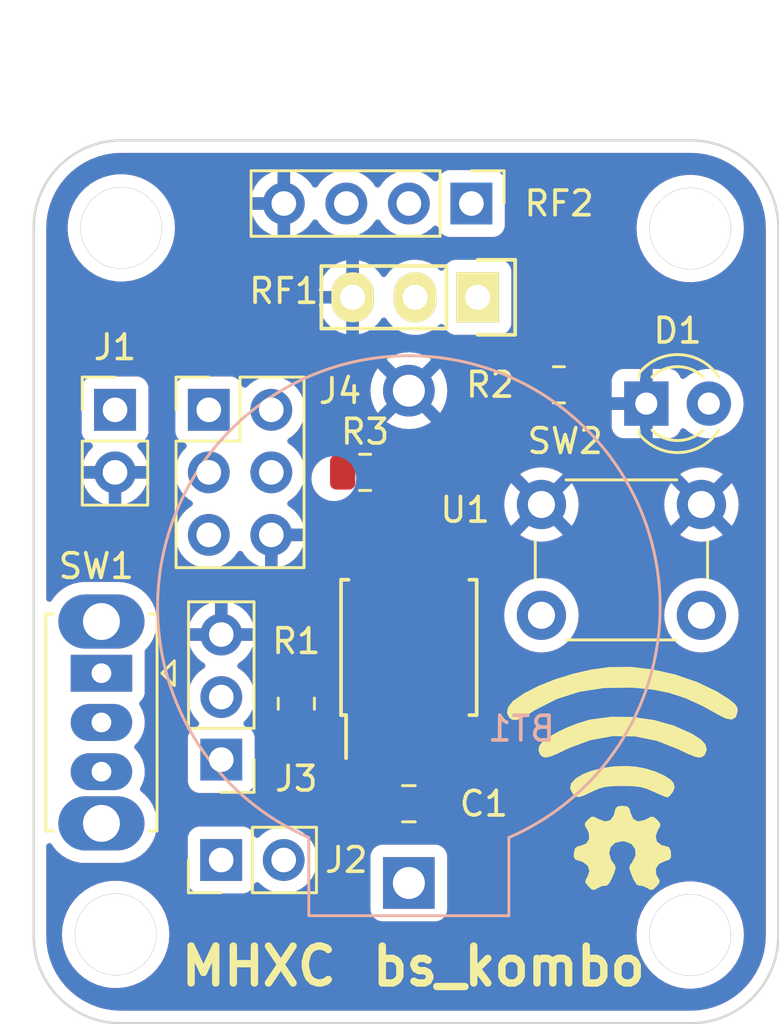
<source format=kicad_pcb>
(kicad_pcb (version 20211014) (generator pcbnew)
  (layers (0 "F.Cu" signal) (31 "B.Cu" signal) (34 "B.Paste" user) (35 "F.Paste" user) (36 "B.SilkS" user "B.Silkscreen") (37 "F.SilkS" user "F.Silkscreen") (38 "B.Mask" user) (39 "F.Mask" user) (44 "Edge.Cuts" user))
  (net 0 "")
  (net 1 "+3V3")
  (net 2 "GND")
  (net 3 "Net-(D1-Pad2)")
  (net 4 "Net-(J2-Pad1)")
  (net 5 "Net-(J2-Pad2)")
  (net 11 "Net-(BT1-Pad1)")
  (net 14 "Net-(R3-Pad1)")
  (net 15 "Net-(RF1-Pad1)")
  (footprint "Connector_PinHeader_2.54mm:PinHeader_1x02_P2.54mm_Vertical" (layer "F.Cu") (at 180.335 104.394 90)
    (property "Reference" "J1")
    (property "Value" "Conn_01x02")
    (fp_text reference "J2" (at 0 5.085 180) (layer "F.SilkS"))
    (fp_text value "Conn_01x02")
    (fp_line (start 1.33 1.27) (end 1.33 3.87) (layer "F.SilkS") (width 0.12))
    (fp_line (start -1.33 0) (end -1.33 -1.33) (layer "F.SilkS") (width 0.12))
    (fp_line (start -1.33 -1.33) (end 0 -1.33) (layer "F.SilkS") (width 0.12))
    (fp_line (start -1.33 1.27) (end -1.33 3.87) (layer "F.SilkS") (width 0.12))
    (fp_line (start -1.33 3.87) (end 1.33 3.87) (layer "F.SilkS") (width 0.12))
    (fp_line (start -1.33 1.27) (end 1.33 1.27) (layer "F.SilkS") (width 0.12))
    (pad "1" thru_hole rect (at 0 0 90) (size 1.7 1.7) (drill 1) (layers *.Cu *.Mask) (net 4 "Net-(J2-Pad1)"))
    (pad "2" thru_hole oval (at 0 2.54 90) (size 1.7 1.7) (drill 1) (layers *.Cu *.Mask) (net 5 "Net-(J2-Pad2)"))
  )
  (footprint "Resistor_SMD:R_0805_2012Metric" (layer "F.Cu") (at 183.388 98.044 -90)
    (property "Reference" "R?")
    (property "Value" "4.7K")
    (fp_text reference "R1" (at -2.54 0 -180) (layer "F.SilkS"))
    (fp_text value "4.7K")
    (fp_line (start -0.227064 0.735) (end 0.227064 0.735) (layer "F.SilkS") (width 0.12))
    (fp_line (start -0.227064 -0.735) (end 0.227064 -0.735) (layer "F.SilkS") (width 0.12))
    (pad "1" smd roundrect (at -0.9125 0 270) (size 1.025 1.4) (layers "F.Cu" "F.Paste" "F.Mask") (roundrect_rratio 0.243902) (net 5 "Net-(J2-Pad2)"))
    (pad "2" smd roundrect (at 0.9125 0 270) (size 1.025 1.4) (layers "F.Cu" "F.Paste" "F.Mask") (roundrect_rratio 0.243902) (net 1 "+3V3"))
  )
  (footprint "Button_Switch_THT:SW_Slide_1P2T_CK_OS102011MS2Q" (layer "F.Cu") (at 175.4705 96.806 -90)
    (fp_text reference "SW1" (at -4.35 0.2105 180) (layer "F.SilkS"))
    (fp_text value "SW_DPDT_x2")
    (fp_line (start -0.5 -2.96) (end 0 -2.46) (layer "F.SilkS") (width 0.12))
    (fp_line (start 0 -2.46) (end 0.5 -2.96) (layer "F.SilkS") (width 0.12))
    (fp_line (start -2.41 -1.95) (end -2.41 -2.26) (layer "F.SilkS") (width 0.12))
    (fp_line (start 6.41 -2.26) (end 6.41 -1.95) (layer "F.SilkS") (width 0.12))
    (fp_line (start 6.41 2.26) (end 6.41 1.95) (layer "F.SilkS") (width 0.12))
    (fp_line (start 0.5 -2.96) (end -0.5 -2.96) (layer "F.SilkS") (width 0.12))
    (fp_line (start -2.41 -2.26) (end 6.41 -2.26) (layer "F.SilkS") (width 0.12))
    (fp_line (start 6.41 2.26) (end -2.41 2.26) (layer "F.SilkS") (width 0.12))
    (fp_line (start -2.41 2.26) (end -2.41 1.95) (layer "F.SilkS") (width 0.12))
    (pad "" thru_hole oval (at 6.1 0 270) (size 2.2 3.5) (drill 1.5) (layers *.Cu *.Mask))
    (pad "" thru_hole oval (at -2.1 0 270) (size 2.2 3.5) (drill 1.5) (layers *.Cu *.Mask))
    (pad "1" thru_hole rect (at 0 0 270) (size 1.5 2.5) (drill 0.8) (layers *.Cu *.Mask) (net 1 "+3V3"))
    (pad "2" thru_hole oval (at 2 0 270) (size 1.5 2.5) (drill 0.8) (layers *.Cu *.Mask) (net 11 "Net-(BT1-Pad1)"))
    (pad "3" thru_hole oval (at 4 0 270) (size 1.5 2.5) (drill 0.8) (layers *.Cu *.Mask))
  )
  (footprint "LED_THT:LED_D3.0mm" (layer "F.Cu") (at 197.607 85.852)
    (property "Reference" "D1")
    (property "Value" "SFH4346")
    (fp_text reference "D1" (at 1.27 -2.96) (layer "F.SilkS"))
    (fp_text value "1")
    (fp_line (start -0.29 1.08) (end -0.29 1.236) (layer "F.SilkS") (width 0.12))
    (fp_line (start -0.29 -1.236) (end -0.29 -1.08) (layer "F.SilkS") (width 0.12))
    (fp_arc (start -0.29 -1.235516) (mid 1.366487 -1.987659) (end 2.942335 -1.078608) (layer "F.SilkS") (width 0.12))
    (fp_arc (start 2.942335 1.078608) (mid 1.366487 1.987659) (end -0.29 1.235516) (layer "F.SilkS") (width 0.12))
    (fp_arc (start 0.229039 -1.08) (mid 1.270117 -1.5) (end 2.31113 -1.079837) (layer "F.SilkS") (width 0.12))
    (fp_arc (start 2.31113 1.079837) (mid 1.270117 1.5) (end 0.229039 1.08) (layer "F.SilkS") (width 0.12))
    (pad "1" thru_hole rect (at 0 0) (size 1.8 1.8) (drill 0.9) (layers *.Cu *.Mask) (net 2 "GND"))
    (pad "2" thru_hole circle (at 2.54 0) (size 1.8 1.8) (drill 0.9) (layers *.Cu *.Mask) (net 3 "Net-(D1-Pad2)"))
  )
  (footprint "Connector_PinHeader_2.54mm:PinHeader_2x03_P2.54mm_Vertical" (layer "F.Cu") (at 179.832 86.106)
    (property "Reference" "J?")
    (property "Value" "AVR-ISP-6")
    (fp_text reference "J4" (at 5.334 -0.762) (layer "F.SilkS"))
    (fp_text value "AVR-ISP-6")
    (fp_line (start -1.33 1.27) (end -1.33 6.41) (layer "F.SilkS") (width 0.12))
    (fp_line (start -1.33 -1.33) (end 0 -1.33) (layer "F.SilkS") (width 0.12))
    (fp_line (start -1.33 1.27) (end 1.27 1.27) (layer "F.SilkS") (width 0.12))
    (fp_line (start 3.87 -1.33) (end 3.87 6.41) (layer "F.SilkS") (width 0.12))
    (fp_line (start -1.33 6.41) (end 3.87 6.41) (layer "F.SilkS") (width 0.12))
    (fp_line (start 1.27 1.27) (end 1.27 -1.33) (layer "F.SilkS") (width 0.12))
    (fp_line (start 1.27 -1.33) (end 3.87 -1.33) (layer "F.SilkS") (width 0.12))
    (fp_line (start -1.33 0) (end -1.33 -1.33) (layer "F.SilkS") (width 0.12))
    (pad "1" thru_hole rect (at 0 0) (size 1.7 1.7) (drill 1) (layers *.Cu *.Mask))
    (pad "2" thru_hole oval (at 2.54 0) (size 1.7 1.7) (drill 1) (layers *.Cu *.Mask) (net 1 "+3V3"))
    (pad "3" thru_hole oval (at 0 2.54) (size 1.7 1.7) (drill 1) (layers *.Cu *.Mask))
    (pad "4" thru_hole oval (at 2.54 2.54) (size 1.7 1.7) (drill 1) (layers *.Cu *.Mask))
    (pad "5" thru_hole oval (at 0 5.08) (size 1.7 1.7) (drill 1) (layers *.Cu *.Mask))
    (pad "6" thru_hole oval (at 2.54 5.08) (size 1.7 1.7) (drill 1) (layers *.Cu *.Mask) (net 2 "GND"))
  )
  (footprint "LOGO" (layer "F.Cu") (at 196.596 101.092)
    (fp_text reference "G***" hide)
    (fp_text value "LOGO" hide)
    (fp_poly (pts (xy 0.235291 1.120498) (xy 0.328675 1.214441) (xy 0.373664 1.38767) (xy 0.478976 1.631611) (xy 0.667504 1.73191) (xy 0.924858 1.683296) (xy 1.03127 1.628511) (xy 1.204258 1.539977) (xy 1.318008 1.551689) (xy 1.453016 1.669386) (xy 1.572286 1.805197) (xy 1.581078 1.914311) (xy 1.486181 2.079326) (xy 1.393205 2.334268) (xy 1.445214 2.552172) (xy 1.626319 2.694511) (xy 1.752254 2.724434) (xy 1.924737 2.774381) (xy 1.999418 2.907548) (xy 2.015617 3.019055) (xy 2.013534 3.210002) (xy 1.924828 3.302174) (xy 1.777361 3.344473) (xy 1.525663 3.462492) (xy 1.398962 3.656048) (xy 1.415211 3.887475) (xy 1.470285 3.988776) (xy 1.554369 4.135302) (xy 1.532991 4.24741) (xy 1.42328 4.377421) (xy 1.284339 4.505392) (xy 1.173113 4.515563) (xy 1.036695 4.438608) (xy 0.852182 4.354679) (xy 0.72161 4.347872) (xy 0.617855 4.301328) (xy 0.49339 4.10122) (xy 0.443567 3.989569) (xy 0.348958 3.74959) (xy 0.320372 3.605392) (xy 0.356926 3.497199) (xy 0.434784 3.39355) (xy 0.571708 3.120181) (xy 0.558525 2.863445) (xy 0.413161 2.660922) (xy 0.153545 2.550192) (xy 0.027622 2.54) (xy -0.254385 2.606876) (xy -0.434776 2.780896) (xy -0.495886 3.022149) (xy -0.420053 3.290724) (xy -0.350118 3.39355) (xy -0.260861 3.516787) (xy -0.236025 3.627064) (xy -0.276488 3.784159) (xy -0.358901 3.989569) (xy -0.488528 4.243776) (xy -0.601204 4.349263) (xy -0.636943 4.347872) (xy -0.783452 4.359269) (xy -0.952029 4.438608) (xy -1.104293 4.520488) (xy -1.214585 4.495598) (xy -1.338614 4.377421) (xy -1.458194 4.230461) (xy -1.463929 4.118386) (xy -1.385618 3.988776) (xy -1.302706 3.752651) (xy -1.370426 3.538277) (xy -1.570826 3.38332) (xy -1.692695 3.344473) (xy -1.875007 3.283567) (xy -1.935941 3.171356) (xy -1.930951 3.019055) (xy -1.885339 2.825021) (xy -1.766634 2.741851) (xy -1.667588 2.724434) (xy -1.430654 2.630053) (xy -1.311952 2.440812) (xy -1.32856 2.197653) (xy -1.393617 2.067613) (xy -1.487667 1.903308) (xy -1.477842 1.79466) (xy -1.363646 1.664682) (xy -1.230207 1.549473) (xy -1.116916 1.540706) (xy -0.946603 1.628511) (xy -0.668052 1.731866) (xy -0.453161 1.684417) (xy -0.316321 1.491434) (xy -0.288997 1.38767) (xy -0.233104 1.191943) (xy -0.127576 1.113585) (xy 0.042333 1.100666)) (layer "F.SilkS") (width 0) (fill solid))
    (fp_poly (pts (xy 0.574587 -0.493149) (xy 0.983067 -0.416937) (xy 1.386293 -0.290446) (xy 1.740945 -0.132236) (xy 2.003703 0.039133) (xy 2.115418 0.167) (xy 2.167422 0.341666) (xy 2.100687 0.520832) (xy 2.078399 0.55601) (xy 1.958743 0.704489) (xy 1.870946 0.762) (xy 1.761782 0.728384) (xy 1.548297 0.640646) (xy 1.301398 0.529166) (xy 1.023823 0.411042) (xy 0.771988 0.340582) (xy 0.483368 0.306226) (xy 0.09544 0.296411) (xy 0.042333 0.296333) (xy -0.355812 0.303561) (xy -0.645295 0.332821) (xy -0.886453 0.395479) (xy -1.13962 0.502899) (xy -1.193772 0.529166) (xy -1.49403 0.671786) (xy -1.686483 0.740083) (xy -1.813778 0.73744) (xy -1.918563 0.667239) (xy -1.989978 0.592322) (xy -2.090667 0.389058) (xy -2.042586 0.186957) (xy -1.866135 -0.005346) (xy -1.581711 -0.179218) (xy -1.209713 -0.326025) (xy -0.770541 -0.437133) (xy -0.284593 -0.503908) (xy 0.227732 -0.517715)) (layer "F.SilkS") (width 0) (fill solid))
    (fp_poly (pts (xy 0.461481 -2.509053) (xy 1.315177 -2.387509) (xy 2.123691 -2.161975) (xy 2.848062 -1.839502) (xy 3.219094 -1.607413) (xy 3.411962 -1.399879) (xy 3.470676 -1.171419) (xy 3.385431 -0.964937) (xy 3.369733 -0.948267) (xy 3.268424 -0.8761) (xy 3.13905 -0.859166) (xy 2.951149 -0.904522) (xy 2.67426 -1.019225) (xy 2.312367 -1.193243) (xy 1.434665 -1.539551) (xy 0.544268 -1.717925) (xy -0.350496 -1.728361) (xy -1.241299 -1.570858) (xy -2.119813 -1.245409) (xy -2.22375 -1.1952) (xy -2.614356 -1.008251) (xy -2.887438 -0.898515) (xy -3.072954 -0.860001) (xy -3.200862 -0.886718) (xy -3.30112 -0.972674) (xy -3.306198 -0.978726) (xy -3.37287 -1.158811) (xy -3.337164 -1.338559) (xy -3.212497 -1.500162) (xy -2.95918 -1.690109) (xy -2.611582 -1.890929) (xy -2.20407 -2.085152) (xy -1.771013 -2.255306) (xy -1.346778 -2.383921) (xy -1.225603 -2.411956) (xy -0.398434 -2.519553)) (layer "F.SilkS") (width 0) (fill solid))
    (fp_poly (pts (xy 1.2844 -4.4395) (xy 2.208173 -4.228316) (xy 3.09224 -3.923864) (xy 3.893035 -3.537841) (xy 4.386708 -3.22099) (xy 4.609467 -3.038901) (xy 4.712163 -2.89086) (xy 4.725375 -2.734736) (xy 4.648144 -2.49624) (xy 4.487357 -2.39953) (xy 4.237952 -2.443415) (xy 3.997238 -2.563415) (xy 3.256042 -2.972228) (xy 2.585687 -3.274627) (xy 1.938828 -3.485465) (xy 1.268121 -3.619596) (xy 0.526223 -3.691875) (xy 0.375435 -3.699743) (xy -0.710365 -3.683824) (xy -1.709631 -3.528669) (xy -2.637384 -3.230541) (xy -3.508647 -2.785703) (xy -3.645635 -2.699485) (xy -3.993342 -2.49252) (xy -4.243327 -2.39171) (xy -4.423801 -2.390007) (xy -4.555067 -2.472267) (xy -4.652523 -2.674602) (xy -4.603584 -2.911984) (xy -4.416267 -3.14996) (xy -4.392586 -3.17049) (xy -3.942698 -3.480375) (xy -3.362256 -3.775442) (xy -2.690036 -4.042066) (xy -1.964813 -4.266624) (xy -1.225364 -4.435495) (xy -0.510463 -4.535054) (xy -0.508 -4.535269) (xy 0.364486 -4.545717)) (layer "F.SilkS") (width 0) (fill solid))
  )
  (footprint "Connector_PinHeader_2.54mm:PinHeader_1x03_P2.54mm_Vertical" (layer "F.Cu") (at 180.34 100.315 180)
    (fp_text reference "J3" (at -3.048 -0.777 180) (layer "F.SilkS"))
    (fp_text value "Conn_01x03")
    (fp_line (start -1.33 1.27) (end 1.33 1.27) (layer "F.SilkS") (width 0.12))
    (fp_line (start -1.33 6.41) (end 1.33 6.41) (layer "F.SilkS") (width 0.12))
    (fp_line (start -1.33 0) (end -1.33 -1.33) (layer "F.SilkS") (width 0.12))
    (fp_line (start -1.33 1.27) (end -1.33 6.41) (layer "F.SilkS") (width 0.12))
    (fp_line (start 1.33 1.27) (end 1.33 6.41) (layer "F.SilkS") (width 0.12))
    (fp_line (start -1.33 -1.33) (end 0 -1.33) (layer "F.SilkS") (width 0.12))
    (pad "1" thru_hole rect (at 0 0 180) (size 1.7 1.7) (drill 1) (layers *.Cu *.Mask) (net 1 "+3V3"))
    (pad "2" thru_hole oval (at 0 2.54 180) (size 1.7 1.7) (drill 1) (layers *.Cu *.Mask) (net 4 "Net-(J2-Pad1)"))
    (pad "3" thru_hole oval (at 0 5.08 180) (size 1.7 1.7) (drill 1) (layers *.Cu *.Mask) (net 2 "GND"))
  )
  (footprint "Resistor_SMD:R_0805_2012Metric" (layer "F.Cu") (at 186.182 88.646)
    (property "Reference" "R?")
    (property "Value" "4.7K")
    (fp_text reference "R3" (at 0 -1.65) (layer "F.SilkS"))
    (fp_text value "4.7K")
    (fp_line (start -0.227064 -0.735) (end 0.227064 -0.735) (layer "F.SilkS") (width 0.12))
    (fp_line (start -0.227064 0.735) (end 0.227064 0.735) (layer "F.SilkS") (width 0.12))
    (pad "1" smd roundrect (at -0.9125 0) (size 1.025 1.4) (layers "F.Cu" "F.Paste" "F.Mask") (roundrect_rratio 0.243902) (net 14 "Net-(R3-Pad1)"))
    (pad "2" smd roundrect (at 0.9125 0) (size 1.025 1.4) (layers "F.Cu" "F.Paste" "F.Mask") (roundrect_rratio 0.243902) (net 1 "+3V3"))
  )
  (footprint "Connector_PinHeader_2.54mm:PinHeader_1x02_P2.54mm_Vertical" (layer "F.Cu") (at 176.022 86.106)
    (property "Reference" "J1")
    (property "Value" "Conn_01x02")
    (fp_text reference "J1" (at 0 -2.54) (layer "F.SilkS"))
    (fp_text value "Conn_01x02")
    (fp_line (start 1.33 1.27) (end 1.33 3.87) (layer "F.SilkS") (width 0.12))
    (fp_line (start -1.33 -1.33) (end 0 -1.33) (layer "F.SilkS") (width 0.12))
    (fp_line (start -1.33 0) (end -1.33 -1.33) (layer "F.SilkS") (width 0.12))
    (fp_line (start -1.33 1.27) (end -1.33 3.87) (layer "F.SilkS") (width 0.12))
    (fp_line (start -1.33 1.27) (end 1.33 1.27) (layer "F.SilkS") (width 0.12))
    (fp_line (start -1.33 3.87) (end 1.33 3.87) (layer "F.SilkS") (width 0.12))
    (pad "1" thru_hole rect (at 0 0) (size 1.7 1.7) (drill 1) (layers *.Cu *.Mask) (net 1 "+3V3"))
    (pad "2" thru_hole oval (at 0 2.54) (size 1.7 1.7) (drill 1) (layers *.Cu *.Mask) (net 2 "GND"))
  )
  (footprint "Capacitor_SMD:C_0805_2012Metric" (layer "F.Cu") (at 187.96 102.108)
    (fp_text reference "C1" (at 3.048 0) (layer "F.SilkS"))
    (fp_text value "100n")
    (fp_line (start -0.261252 0.735) (end 0.261252 0.735) (layer "F.SilkS") (width 0.12))
    (fp_line (start -0.261252 -0.735) (end 0.261252 -0.735) (layer "F.SilkS") (width 0.12))
    (pad "1" smd roundrect (at -0.95 0) (size 1 1.45) (layers "F.Cu" "F.Paste" "F.Mask") (net 1 "+3V3"))
    (pad "2" smd roundrect (at 0.95 0) (size 1 1.45) (layers "F.Cu" "F.Paste" "F.Mask") (net 2 "GND"))
  )
  (footprint "Resistor_SMD:R_0805_2012Metric" (layer "F.Cu") (at 194.056 85.09)
    (property "Reference" "R?")
    (property "Value" "4.7K")
    (fp_text reference "R2" (at -2.794 0 180) (layer "F.SilkS"))
    (fp_text value "1K")
    (fp_line (start -0.227064 0.735) (end 0.227064 0.735) (layer "F.SilkS") (width 0.12))
    (fp_line (start -0.227064 -0.735) (end 0.227064 -0.735) (layer "F.SilkS") (width 0.12))
    (pad "1" smd roundrect (at -0.9125 0) (size 1.025 1.4) (layers "F.Cu" "F.Paste" "F.Mask") (roundrect_rratio 0.243902) (net 3 "Net-(D1-Pad2)"))
    (pad "2" smd roundrect (at 0.9125 0) (size 1.025 1.4) (layers "F.Cu" "F.Paste" "F.Mask") (roundrect_rratio 0.243902))
  )
  (footprint "Sensors:RF_Transmitter_433_MHz" (layer "F.Cu") (at 188.214 81.534 180)
    (fp_text reference "RF1" (at 5.334 0.254) (layer "F.SilkS"))
    (fp_text value "RF_Transmitter_433_MHz")
    (fp_line (start -1.27 -1.27) (end 3.81 -1.27) (layer "F.SilkS") (width 0.15))
    (fp_line (start -4.064 -1.524) (end -4.064 1.524) (layer "F.SilkS") (width 0.15))
    (fp_line (start -2.54 -1.524) (end -4.064 -1.524) (layer "F.SilkS") (width 0.15))
    (fp_line (start -4.064 1.524) (end -2.54 1.524) (layer "F.SilkS") (width 0.15))
    (fp_line (start 3.81 1.27) (end -1.27 1.27) (layer "F.SilkS") (width 0.15))
    (fp_line (start 3.81 -1.27) (end 3.81 1.27) (layer "F.SilkS") (width 0.15))
    (fp_line (start -1.27 1.27) (end -1.27 -1.27) (layer "F.SilkS") (width 0.15))
    (pad "1" thru_hole rect locked (at -2.54 0 270) (size 2.032 1.7272) (drill 1.016) (layers *.Cu *.Mask "F.SilkS") (net 15 "Net-(RF1-Pad1)"))
    (pad "2" thru_hole oval locked (at 0 0 270) (size 2.032 1.7272) (drill 1.016) (layers *.Cu *.Mask "F.SilkS") (net 1 "+3V3"))
    (pad "3" thru_hole oval locked (at 2.54 0 270) (size 2.032 1.7272) (drill 1.016) (layers *.Cu *.Mask "F.SilkS") (net 2 "GND"))
  )
  (footprint "Button_Switch_THT:SW_PUSH_6mm_H4.3mm" (layer "F.Cu") (at 199.846 94.452 180)
    (fp_text reference "SW2" (at 5.536 7.076) (layer "F.SilkS"))
    (fp_text value "SW_Push_Dual_x2")
    (fp_line (start 6.75 3) (end 6.75 1.5) (layer "F.SilkS") (width 0.12))
    (fp_line (start -0.25 1.5) (end -0.25 3) (layer "F.SilkS") (width 0.12))
    (fp_line (start 1 5.5) (end 5.5 5.5) (layer "F.SilkS") (width 0.12))
    (fp_line (start 5.5 -1) (end 1 -1) (layer "F.SilkS") (width 0.12))
    (pad "1" thru_hole circle (at 6.5 0 270) (size 2 2) (drill 1.1) (layers *.Cu *.Mask) (net 4 "Net-(J2-Pad1)"))
    (pad "1" thru_hole circle (at 0 0 270) (size 2 2) (drill 1.1) (layers *.Cu *.Mask) (net 4 "Net-(J2-Pad1)"))
    (pad "2" thru_hole circle (at 6.5 4.5 270) (size 2 2) (drill 1.1) (layers *.Cu *.Mask) (net 2 "GND"))
    (pad "2" thru_hole circle (at 0 4.5 270) (size 2 2) (drill 1.1) (layers *.Cu *.Mask) (net 2 "GND"))
  )
  (footprint "Package_SO:SOIC-8W_5.3x5.3mm_P1.27mm" (layer "F.Cu") (at 187.96 95.758 90)
    (fp_text reference "U1" (at 5.588 2.286 180) (layer "F.SilkS"))
    (fp_text value "ATtiny13A-S")
    (fp_line (start -2.75 2.755) (end -2.75 2.455) (layer "F.SilkS") (width 0.15))
    (fp_line (start 2.75 -2.755) (end 2.75 -2.455) (layer "F.SilkS") (width 0.15))
    (fp_line (start -2.75 -2.55) (end -4.5 -2.55) (layer "F.SilkS") (width 0.15))
    (fp_line (start 2.75 2.755) (end 2.75 2.455) (layer "F.SilkS") (width 0.15))
    (fp_line (start -2.75 -2.755) (end 2.75 -2.755) (layer "F.SilkS") (width 0.15))
    (fp_line (start -2.75 2.755) (end 2.75 2.755) (layer "F.SilkS") (width 0.15))
    (fp_line (start -2.75 -2.755) (end -2.75 -2.55) (layer "F.SilkS") (width 0.15))
    (pad "1" smd rect (at -3.65 -1.905 90) (size 1.7 0.65) (layers "F.Cu" "F.Paste" "F.Mask") (net 14 "Net-(R3-Pad1)"))
    (pad "2" smd rect (at -3.65 -0.635 90) (size 1.7 0.65) (layers "F.Cu" "F.Paste" "F.Mask"))
    (pad "3" smd rect (at -3.65 0.635 90) (size 1.7 0.65) (layers "F.Cu" "F.Paste" "F.Mask"))
    (pad "4" smd rect (at -3.65 1.905 90) (size 1.7 0.65) (layers "F.Cu" "F.Paste" "F.Mask") (net 2 "GND"))
    (pad "5" smd rect (at 3.65 1.905 90) (size 1.7 0.65) (layers "F.Cu" "F.Paste" "F.Mask"))
    (pad "6" smd rect (at 3.65 0.635 90) (size 1.7 0.65) (layers "F.Cu" "F.Paste" "F.Mask"))
    (pad "7" smd rect (at 3.65 -0.635 90) (size 1.7 0.65) (layers "F.Cu" "F.Paste" "F.Mask"))
    (pad "8" smd rect (at 3.65 -1.905 90) (size 1.7 0.65) (layers "F.Cu" "F.Paste" "F.Mask") (net 1 "+3V3"))
  )
  (footprint "Connector_PinHeader_2.54mm:PinHeader_1x04_P2.54mm_Vertical" (layer "F.Cu") (at 190.5 77.724 -90)
    (fp_text reference "RF2" (at 0 -3.566 180) (layer "F.SilkS"))
    (fp_text value "RF_Receiver_433_MHz")
    (fp_line (start -1.33 0) (end -1.33 -1.33) (layer "F.SilkS") (width 0.12))
    (fp_line (start -1.33 8.95) (end 1.33 8.95) (layer "F.SilkS") (width 0.12))
    (fp_line (start -1.33 1.27) (end 1.33 1.27) (layer "F.SilkS") (width 0.12))
    (fp_line (start -1.33 1.27) (end -1.33 8.95) (layer "F.SilkS") (width 0.12))
    (fp_line (start 1.33 1.27) (end 1.33 8.95) (layer "F.SilkS") (width 0.12))
    (fp_line (start -1.33 -1.33) (end 0 -1.33) (layer "F.SilkS") (width 0.12))
    (pad "1" thru_hole rect (at 0 0 270) (size 1.7 1.7) (drill 1) (layers *.Cu *.Mask) (net 1 "+3V3"))
    (pad "2" thru_hole oval (at 0 2.54 270) (size 1.7 1.7) (drill 1) (layers *.Cu *.Mask) (net 15 "Net-(RF1-Pad1)"))
    (pad "3" thru_hole oval (at 0 5.08 270) (size 1.7 1.7) (drill 1) (layers *.Cu *.Mask))
    (pad "4" thru_hole oval (at 0 7.62 270) (size 1.7 1.7) (drill 1) (layers *.Cu *.Mask) (net 2 "GND"))
  )
  (footprint "Battery:BatteryHolder_ComfortableElectronic_CH273-2450_1x2450" (layer "B.Cu") (at 187.96 105.327604 90)
    (property "Reference" "BT?")
    (property "Value" "Battery_Cell")
    (fp_text reference "BT1" (at 6.267604 4.572) (layer "B.SilkS") (effects (justify mirror)))
    (fp_text value "Battery_Cell")
    (fp_line (start -1.33 4.064) (end 1.845 4.064) (layer "B.SilkS") (width 0.12))
    (fp_line (start -1.33 -4.064) (end -1.33 4.064) (layer "B.SilkS") (width 0.12))
    (fp_line (start 1.845 -4.064) (end -1.33 -4.064) (layer "B.SilkS") (width 0.12))
    (fp_arc (start 1.845 -4.064) (mid 21.418641 0) (end 1.845 4.064) (layer "B.SilkS") (width 0.12))
    (pad "1" thru_hole rect (at 0 0 180) (size 2.1 2.1) (drill 1.3) (layers *.Cu *.Mask) (net 11 "Net-(BT1-Pad1)"))
    (pad "2" thru_hole circle (at 20 0 180) (size 2.1 2.1) (drill 1.3) (layers *.Cu *.Mask) (net 2 "GND"))
  )
  (gr_line (start 202.971528 78.714472) (end 202.971528 107.467528) (layer "Edge.Cuts") (width 0.1))
  (gr_arc (start 202.971528 107.467528) (mid 201.93 109.982) (end 199.415528 111.023528) (layer "Edge.Cuts") (width 0.1))
  (gr_arc (start 172.72 78.71447) (mid 173.761528 76.199998) (end 176.276 75.15847) (layer "Edge.Cuts") (width 0.1))
  (gr_line (start 199.415528 111.023528) (end 176.250472 111.023528) (layer "Edge.Cuts") (width 0.1))
  (gr_line (start 172.72 107.467528) (end 172.72 78.71447) (layer "Edge.Cuts") (width 0.1))
  (gr_arc (start 176.250472 111.023528) (mid 173.745009 109.980441) (end 172.72 107.467528) (layer "Edge.Cuts") (width 0.1))
  (gr_arc (start 199.415528 75.158472) (mid 201.93 76.2) (end 202.971528 78.714472) (layer "Edge.Cuts") (width 0.1))
  (gr_line (start 199.415528 75.158472) (end 176.276 75.15847) (layer "Edge.Cuts") (width 0.1))
  (gr_text "bs_kombo" (at 192.024 108.712) (layer "F.SilkS") (effects (font (size 1.5 1.5) (thickness 0.3))))
  (gr_text "MHXC" (at 181.864 108.712) (layer "F.SilkS") (effects (font (size 1.5 1.5) (thickness 0.3))))
  (via (at 199.39 78.74) (size 3.31) (drill 3.3) (layers "F.Cu" "B.Cu") (net 0))
  (via (at 176.276 78.71447) (size 3.31) (drill 3.3) (layers "F.Cu" "B.Cu") (net 0))
  (via (at 199.39 107.442) (size 3.31) (drill 3.3) (layers "F.Cu" "B.Cu") (net 0))
  (via (at 176.047528 107.416472) (size 3.31) (drill 3.3) (layers "F.Cu" "B.Cu") (net 0))
  (zone (net 2) (net_name "GND") (layer "F.Cu") (connect_pads (clearance 0.508)) (min_thickness 0.254) (fill yes (thermal_gap 0.508) (thermal_bridge_width 0.508))
    (polygon (pts (xy 202.946 110.998) (xy 172.72 110.998) (xy 172.72 75.184) (xy 202.946 75.184)))
  )
  (zone (net 2) (net_name "GND") (layer "B.Cu") (connect_pads (clearance 0.508)) (min_thickness 0.254) (fill yes (thermal_gap 0.508) (thermal_bridge_width 0.508))
    (polygon (pts (xy 202.946 110.998) (xy 172.72 110.998) (xy 172.72 75.184) (xy 202.946 75.184)))
  )
)
</source>
